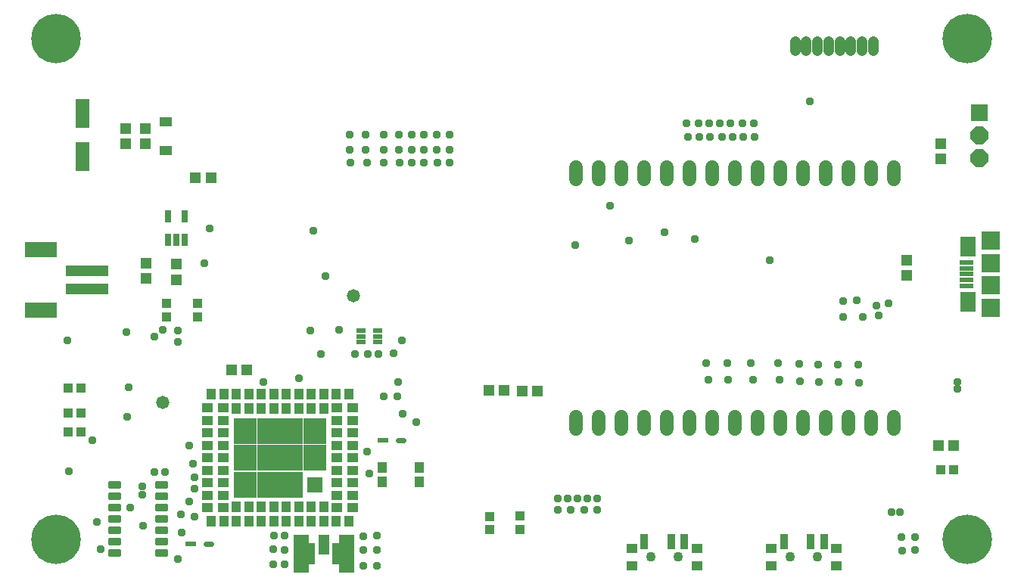
<source format=gbr>
G04 EAGLE Gerber RS-274X export*
G75*
%MOMM*%
%FSLAX34Y34*%
%LPD*%
%INSoldermask Top*%
%IPPOS*%
%AMOC8*
5,1,8,0,0,1.08239X$1,22.5*%
G01*
%ADD10R,1.553200X0.603200*%
%ADD11R,1.803200X2.303200*%
%ADD12R,2.103200X2.003200*%
%ADD13R,2.103200X2.103200*%
%ADD14R,1.203200X1.303200*%
%ADD15C,1.211200*%
%ADD16R,1.981200X1.981200*%
%ADD17P,2.144431X8X22.500000*%
%ADD18C,1.524000*%
%ADD19R,1.003200X1.003200*%
%ADD20R,1.303200X1.203200*%
%ADD21C,5.537200*%
%ADD22R,0.903200X1.703200*%
%ADD23R,1.203200X1.003200*%
%ADD24C,1.103200*%
%ADD25R,1.303200X1.103200*%
%ADD26R,1.103200X1.303200*%
%ADD27R,1.703200X1.703200*%
%ADD28R,2.503200X2.903200*%
%ADD29R,1.103200X1.203200*%
%ADD30R,1.209200X0.595200*%
%ADD31C,0.595200*%
%ADD32R,1.603200X3.203200*%
%ADD33R,1.423200X1.113200*%
%ADD34R,1.053200X0.603200*%
%ADD35R,0.753200X1.403200*%
%ADD36R,4.803200X1.203200*%
%ADD37R,3.603200X1.803200*%
%ADD38R,0.914400X2.336800*%
%ADD39R,1.727200X4.267200*%
%ADD40R,1.219200X2.235200*%
%ADD41C,0.399194*%
%ADD42C,1.473200*%
%ADD43C,0.959600*%


D10*
X1059100Y323500D03*
X1059100Y330000D03*
X1059100Y336500D03*
X1059100Y343000D03*
X1059100Y349500D03*
D11*
X1060350Y305500D03*
X1060350Y367500D03*
D12*
X1085850Y298500D03*
D13*
X1085850Y324500D03*
X1085850Y348500D03*
D12*
X1085850Y374500D03*
D14*
X991800Y352500D03*
X991800Y335500D03*
D15*
X954650Y586460D02*
X954650Y596540D01*
X942150Y596540D02*
X942150Y586460D01*
X929650Y586460D02*
X929650Y596540D01*
X917150Y596540D02*
X917150Y586460D01*
X904650Y586460D02*
X904650Y596540D01*
X892150Y596540D02*
X892150Y586460D01*
X879650Y586460D02*
X879650Y596540D01*
X867150Y596540D02*
X867150Y586460D01*
D16*
X1073000Y516900D03*
D17*
X1073000Y491500D03*
X1073000Y466100D03*
D18*
X977800Y456004D02*
X977800Y442796D01*
X952400Y442796D02*
X952400Y456004D01*
X927000Y456004D02*
X927000Y442796D01*
X901600Y442796D02*
X901600Y456004D01*
X876200Y456004D02*
X876200Y442796D01*
X850800Y442796D02*
X850800Y456004D01*
X825400Y456004D02*
X825400Y442796D01*
X800000Y442796D02*
X800000Y456004D01*
X774600Y456004D02*
X774600Y442796D01*
X749200Y442796D02*
X749200Y456004D01*
X723800Y456004D02*
X723800Y442796D01*
X698400Y442796D02*
X698400Y456004D01*
X673000Y456004D02*
X673000Y442796D01*
X647600Y442796D02*
X647600Y456004D01*
X622200Y456004D02*
X622200Y442796D01*
X977800Y176604D02*
X977800Y163396D01*
X952400Y163396D02*
X952400Y176604D01*
X927000Y176604D02*
X927000Y163396D01*
X901600Y163396D02*
X901600Y176604D01*
X876200Y176604D02*
X876200Y163396D01*
X850800Y163396D02*
X850800Y176604D01*
X825400Y176604D02*
X825400Y163396D01*
X800000Y163396D02*
X800000Y176604D01*
X774600Y176604D02*
X774600Y163396D01*
X749200Y163396D02*
X749200Y176604D01*
X723800Y176604D02*
X723800Y163396D01*
X698400Y163396D02*
X698400Y176604D01*
X673000Y176604D02*
X673000Y163396D01*
X647600Y163396D02*
X647600Y176604D01*
X622200Y176604D02*
X622200Y163396D01*
D19*
X559100Y65500D03*
X559100Y50500D03*
D14*
X561600Y206000D03*
X578600Y206000D03*
D20*
X1030300Y465900D03*
X1030300Y482900D03*
D19*
X1029900Y117900D03*
X1044900Y117900D03*
D14*
X1044600Y144300D03*
X1027600Y144300D03*
D21*
X1060000Y40000D03*
X1060000Y600000D03*
X40000Y600000D03*
X40000Y40000D03*
D19*
X525442Y65442D03*
X525442Y50442D03*
D14*
X524873Y206613D03*
X541873Y206613D03*
D22*
X854500Y37500D03*
X884500Y37500D03*
X899500Y37500D03*
D23*
X840500Y29650D03*
X840500Y10350D03*
X913500Y10350D03*
X913500Y29650D03*
D24*
X862000Y20000D03*
X892000Y20000D03*
D22*
X698500Y37500D03*
X728500Y37500D03*
X743500Y37500D03*
D23*
X684500Y29650D03*
X684500Y10350D03*
X757500Y10350D03*
X757500Y29650D03*
D24*
X706000Y20000D03*
X736000Y20000D03*
D25*
X372000Y75000D03*
X372000Y89000D03*
X372000Y103000D03*
X372000Y117000D03*
X372000Y131000D03*
X372000Y145000D03*
X372000Y159000D03*
X372000Y173000D03*
X372000Y187000D03*
D26*
X368000Y202000D03*
X354000Y202000D03*
X340000Y202000D03*
X326000Y202000D03*
X312000Y202000D03*
X298000Y202000D03*
X284000Y202000D03*
X270000Y202000D03*
X256000Y202000D03*
X242000Y202000D03*
X228000Y202000D03*
X214000Y202000D03*
D25*
X210000Y187000D03*
X210000Y173000D03*
X210000Y159000D03*
X210000Y145000D03*
X210000Y131000D03*
X210000Y117000D03*
X210000Y103000D03*
X210000Y89000D03*
X210000Y75000D03*
D26*
X214000Y60000D03*
X228000Y60000D03*
X242000Y60000D03*
X256000Y60000D03*
X270000Y60000D03*
X284000Y60000D03*
X298000Y60000D03*
X312000Y60000D03*
X326000Y60000D03*
X340000Y60000D03*
X354000Y60000D03*
X368000Y60000D03*
D25*
X354600Y75000D03*
X354600Y89000D03*
X354600Y103000D03*
X354600Y117000D03*
X354600Y131000D03*
X354600Y145000D03*
X354600Y159000D03*
X354600Y173000D03*
X354600Y187000D03*
D26*
X340000Y186000D03*
X326000Y186000D03*
X312000Y186000D03*
X298000Y186000D03*
X284000Y186000D03*
X270000Y186000D03*
X256000Y186000D03*
X242000Y186000D03*
D25*
X227400Y187000D03*
X227400Y173000D03*
X227400Y159000D03*
X227400Y145000D03*
X227400Y131000D03*
X227400Y117000D03*
X227400Y103000D03*
X227400Y89000D03*
X227400Y75000D03*
D26*
X242000Y76000D03*
X256000Y76000D03*
X270000Y76000D03*
X284000Y76000D03*
X298000Y76000D03*
X312000Y76000D03*
X326000Y76000D03*
X340000Y76000D03*
D27*
X330000Y101000D03*
D28*
X330000Y131000D03*
X330000Y161000D03*
X304000Y161000D03*
X278000Y161000D03*
X252000Y161000D03*
X252000Y131000D03*
X252000Y101000D03*
X278000Y101000D03*
X304000Y101000D03*
X304000Y131000D03*
X278000Y131000D03*
D20*
X253500Y229000D03*
X236500Y229000D03*
D29*
X446500Y104000D03*
X405500Y104000D03*
X446500Y120000D03*
X405500Y120000D03*
D30*
X406000Y151000D03*
D31*
X422930Y151000D02*
X429070Y151000D01*
D19*
X53500Y160000D03*
X68500Y160000D03*
X53500Y181000D03*
X68500Y181000D03*
D32*
X70000Y468000D03*
X70000Y516000D03*
D14*
X118000Y499500D03*
X118000Y482500D03*
X140000Y499500D03*
X140000Y482500D03*
D33*
X163000Y507350D03*
X163000Y474650D03*
D34*
X381750Y273500D03*
X381750Y267000D03*
X381750Y260500D03*
X400250Y260500D03*
X400250Y267000D03*
X400250Y273500D03*
D35*
X165500Y375000D03*
X175000Y375000D03*
X184500Y375000D03*
X184500Y401000D03*
X165500Y401000D03*
D19*
X164000Y303500D03*
X164000Y288500D03*
X199000Y288500D03*
X199000Y303500D03*
D20*
X175000Y330500D03*
X175000Y347500D03*
X141000Y331500D03*
X141000Y348500D03*
D14*
X196500Y444000D03*
X213500Y444000D03*
D36*
X75000Y340000D03*
X75000Y320000D03*
D37*
X23000Y296000D03*
X23000Y364000D03*
D38*
X326046Y23574D03*
X353954Y23574D03*
D39*
X365400Y23320D03*
X314600Y23320D03*
D40*
X340000Y33480D03*
D41*
X111020Y99330D02*
X111020Y102870D01*
X111020Y99330D02*
X100480Y99330D01*
X100480Y102870D01*
X111020Y102870D01*
X111020Y90170D02*
X111020Y86630D01*
X100480Y86630D01*
X100480Y90170D01*
X111020Y90170D01*
X111020Y77470D02*
X111020Y73930D01*
X100480Y73930D01*
X100480Y77470D01*
X111020Y77470D01*
X111020Y64770D02*
X111020Y61230D01*
X100480Y61230D01*
X100480Y64770D01*
X111020Y64770D01*
X111020Y52070D02*
X111020Y48530D01*
X100480Y48530D01*
X100480Y52070D01*
X111020Y52070D01*
X111020Y39370D02*
X111020Y35830D01*
X100480Y35830D01*
X100480Y39370D01*
X111020Y39370D01*
X111020Y26670D02*
X111020Y23130D01*
X100480Y23130D01*
X100480Y26670D01*
X111020Y26670D01*
X163520Y26670D02*
X163520Y23130D01*
X152980Y23130D01*
X152980Y26670D01*
X163520Y26670D01*
X163520Y35830D02*
X163520Y39370D01*
X163520Y35830D02*
X152980Y35830D01*
X152980Y39370D01*
X163520Y39370D01*
X163520Y48530D02*
X163520Y52070D01*
X163520Y48530D02*
X152980Y48530D01*
X152980Y52070D01*
X163520Y52070D01*
X163520Y61230D02*
X163520Y64770D01*
X163520Y61230D02*
X152980Y61230D01*
X152980Y64770D01*
X163520Y64770D01*
X163520Y73930D02*
X163520Y77470D01*
X163520Y73930D02*
X152980Y73930D01*
X152980Y77470D01*
X163520Y77470D01*
X163520Y86630D02*
X163520Y90170D01*
X163520Y86630D02*
X152980Y86630D01*
X152980Y90170D01*
X163520Y90170D01*
X163520Y99330D02*
X163520Y102870D01*
X163520Y99330D02*
X152980Y99330D01*
X152980Y102870D01*
X163520Y102870D01*
D30*
X191000Y35000D03*
D31*
X207930Y35000D02*
X214070Y35000D01*
D42*
X373000Y312000D03*
X160000Y193000D03*
D19*
X53500Y209000D03*
X68500Y209000D03*
D43*
X86000Y59000D03*
X90000Y29000D03*
X181000Y47000D03*
X384000Y10000D03*
X384000Y28000D03*
X384000Y43000D03*
X283000Y12000D03*
X284000Y44000D03*
X399000Y10000D03*
X768000Y237000D03*
X791000Y237000D03*
X818000Y237000D03*
X848000Y237000D03*
X872000Y236000D03*
X893000Y235000D03*
X915000Y235000D03*
X938000Y235000D03*
X939000Y215000D03*
X916000Y216000D03*
X894000Y216000D03*
X873000Y217000D03*
X850000Y218000D03*
X820000Y218000D03*
X792000Y218000D03*
X770000Y218000D03*
X921000Y306000D03*
X936000Y307000D03*
X958000Y301000D03*
X972000Y304000D03*
X921000Y289000D03*
X943000Y289000D03*
X961000Y290000D03*
X375000Y247000D03*
X389000Y247000D03*
X401000Y247000D03*
X443000Y171000D03*
X428000Y180000D03*
X422000Y200000D03*
X423000Y216000D03*
X407000Y200000D03*
X1001000Y42000D03*
X986000Y42000D03*
X987000Y27000D03*
X1001000Y28000D03*
X602000Y85000D03*
X613000Y85000D03*
X624000Y85000D03*
X635000Y85000D03*
X646000Y85000D03*
X602000Y73000D03*
X616000Y73000D03*
X631000Y73000D03*
X646000Y73000D03*
X369000Y493000D03*
X387000Y493000D03*
X407000Y493000D03*
X424000Y493000D03*
X438000Y493000D03*
X452000Y493000D03*
X466000Y493000D03*
X481000Y493000D03*
X369000Y476000D03*
X387000Y476000D03*
X407000Y476000D03*
X424000Y476000D03*
X438000Y476000D03*
X452000Y476000D03*
X466000Y476000D03*
X481000Y476000D03*
X370000Y461000D03*
X388000Y461000D03*
X407000Y461000D03*
X425000Y461000D03*
X438000Y461000D03*
X452000Y461000D03*
X467000Y461000D03*
X481000Y461000D03*
X177000Y273000D03*
X177000Y261000D03*
X746000Y505000D03*
X759000Y505000D03*
X771000Y505000D03*
X783000Y505000D03*
X795000Y505000D03*
X808000Y505000D03*
X821000Y505000D03*
X747000Y490000D03*
X760000Y490000D03*
X772000Y490000D03*
X785000Y490000D03*
X797000Y490000D03*
X809000Y490000D03*
X822000Y490000D03*
X283000Y29000D03*
X296000Y44000D03*
X296000Y28000D03*
X296000Y12000D03*
X399000Y44000D03*
X399000Y28000D03*
X150000Y115000D03*
X162000Y115000D03*
X195000Y109000D03*
X195000Y96000D03*
X212000Y388000D03*
X206000Y349000D03*
X328000Y385000D03*
X621000Y369000D03*
X119000Y272000D03*
X53000Y262000D03*
X839000Y352000D03*
X681000Y374000D03*
X160000Y274000D03*
X150000Y267000D03*
X137000Y90000D03*
X137000Y99000D03*
X1049000Y208000D03*
X1049000Y216000D03*
X975000Y70000D03*
X984000Y70000D03*
X884000Y530000D03*
X660000Y413000D03*
X272000Y216000D03*
X388000Y138000D03*
X194000Y124000D03*
X391000Y113000D03*
X138000Y55000D03*
X189000Y82000D03*
X357000Y274000D03*
X418000Y248000D03*
X312000Y220000D03*
X325000Y273000D03*
X342000Y334000D03*
X337000Y247000D03*
X427000Y262000D03*
X81000Y151000D03*
X120000Y177000D03*
X55000Y116000D03*
X123000Y75000D03*
X177000Y18000D03*
X755000Y376000D03*
X721000Y383000D03*
X195000Y65000D03*
X180000Y68000D03*
X189000Y145000D03*
X122000Y210000D03*
M02*

</source>
